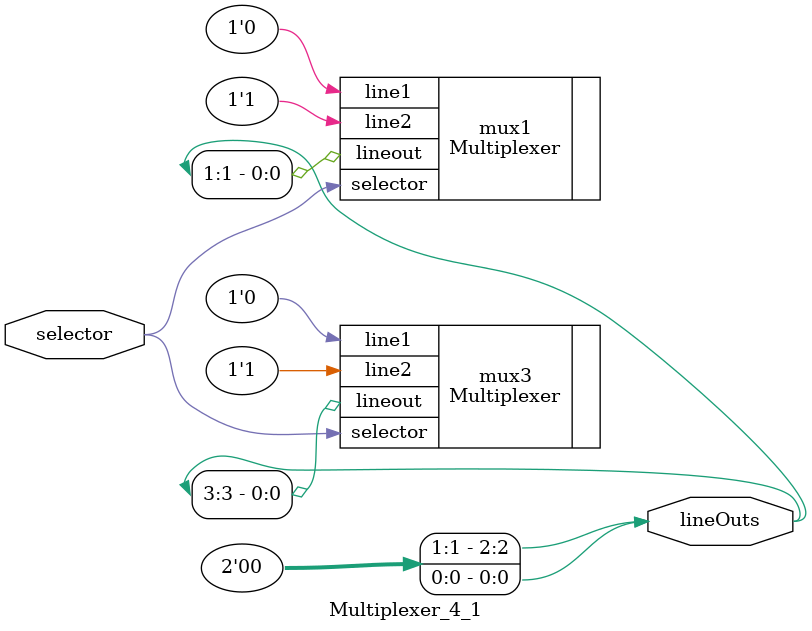
<source format=v>
module Multiplexer_4_1 (selector, lineOuts);

	// selector will decide whether to release 0 or 10
	input selector;
	output [3:0] lineOuts;
	
	assign lineOuts[0] = 0;
	assign lineOuts[2] = 0;
	Multiplexer mux1(.line1(1'b0), .line2(1'b1), .lineout(lineOuts[1]), .selector(selector));
	Multiplexer mux3(.line1(1'b0), .line2(1'b1), .lineout(lineOuts[3]), .selector(selector));

endmodule
</source>
